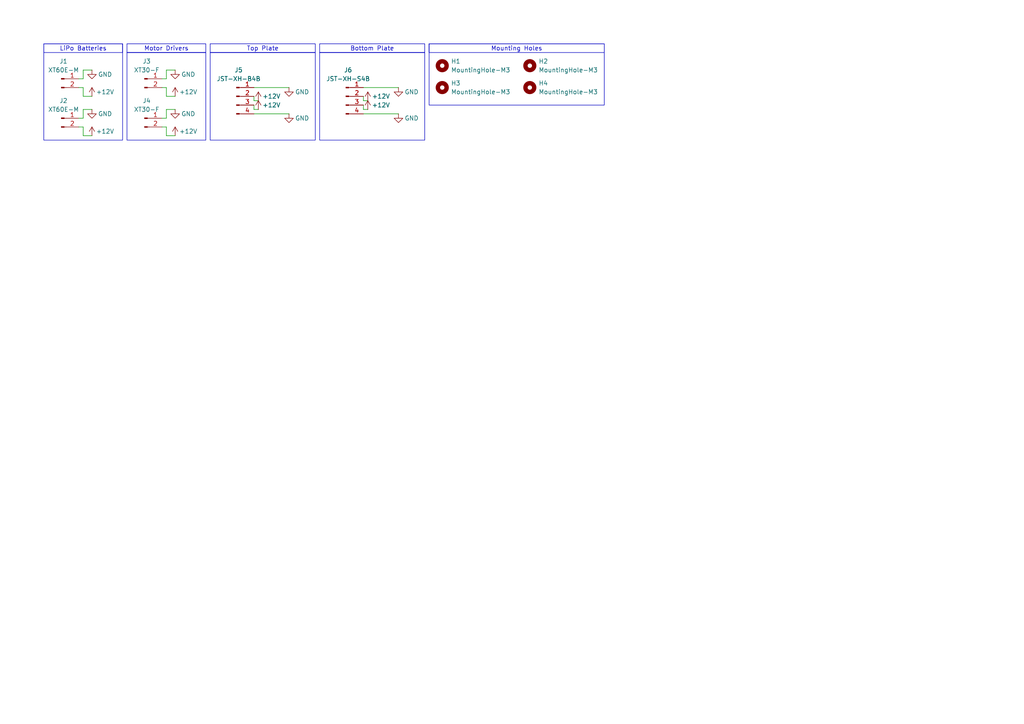
<source format=kicad_sch>
(kicad_sch (version 20231120) (generator "eeschema") (generator_version "8.0")
  (paper "A4")
  (title_block (title "Power Plate") (date "2024-06-09") (rev "v1.1.0") (company "Zhou Yikun & Zachary Ang") (comment 1 "RoboCup Junior Soccer Open 2024"))
  (lib_symbols
    (symbol "Connector:Conn_01x02_Pin" (pin_names (offset 1.016) hide)
      (property "Reference" "J" (at 0 2.54 0))
      (property "Value" "Conn_01x02_Pin" (at 0 -5.08 0))
      (symbol "Conn_01x02_Pin_1_1"
        (polyline (pts (xy 1.27 -2.54) (xy 0.8636 -2.54)) (stroke (width 0.1524)))
        (polyline (pts (xy 1.27 0) (xy 0.8636 0)) (stroke (width 0.1524)))
        (rectangle (start 0.8636 -2.413) (end 0 -2.667) (stroke (width 0.1524)) (fill (type outline)))
        (rectangle (start 0.8636 0.127) (end 0 -0.127) (stroke (width 0.1524)) (fill (type outline)))
        (pin passive line (at 5.08 0 180) (length 3.81) (name "Pin_1") (number "1"))
        (pin passive line (at 5.08 -2.54 180) (length 3.81) (name "Pin_2") (number "2"))
      )
    )
    (symbol "Connector:Conn_01x04_Pin" (pin_names (offset 1.016) hide)
      (property "Reference" "J" (at 0 5.08 0))
      (property "Value" "Conn_01x04_Pin" (at 0 -7.62 0))
      (symbol "Conn_01x04_Pin_1_1"
        (polyline (pts (xy 1.27 -5.08) (xy 0.8636 -5.08)) (stroke (width 0.1524)))
        (polyline (pts (xy 1.27 -2.54) (xy 0.8636 -2.54)) (stroke (width 0.1524)))
        (polyline (pts (xy 1.27 0) (xy 0.8636 0)) (stroke (width 0.1524)))
        (polyline (pts (xy 1.27 2.54) (xy 0.8636 2.54)) (stroke (width 0.1524)))
        (rectangle (start 0.8636 -4.953) (end 0 -5.207) (stroke (width 0.1524)) (fill (type outline)))
        (rectangle (start 0.8636 -2.413) (end 0 -2.667) (stroke (width 0.1524)) (fill (type outline)))
        (rectangle (start 0.8636 0.127) (end 0 -0.127) (stroke (width 0.1524)) (fill (type outline)))
        (rectangle (start 0.8636 2.667) (end 0 2.413) (stroke (width 0.1524)) (fill (type outline)))
        (pin passive line (at 5.08 2.54 180) (length 3.81) (name "Pin_1") (number "1"))
        (pin passive line (at 5.08 0 180) (length 3.81) (name "Pin_2") (number "2"))
        (pin passive line (at 5.08 -2.54 180) (length 3.81) (name "Pin_3") (number "3"))
        (pin passive line (at 5.08 -5.08 180) (length 3.81) (name "Pin_4") (number "4"))
      )
    )
    (symbol "Mechanical:MountingHole" (pin_names (offset 1.016)) (exclude_from_sim yes) (in_bom no)
      (property "Reference" "H" (at 0 5.08 0))
      (property "Value" "MountingHole" (at 0 3.175 0))
      (symbol "MountingHole_0_1"
        (circle (center 0 0) (radius 1.27) (stroke (width 1.27)))
      )
    )
    (symbol "power:+12V" (power) (pin_numbers hide) (pin_names (offset 0) hide)
      (property "Value" "+12V" (at 0 3.556 0))
      (symbol "+12V_0_1"
        (polyline (pts (xy -0.762 1.27) (xy 0 2.54)))
        (polyline (pts (xy 0 0) (xy 0 2.54)))
        (polyline (pts (xy 0 2.54) (xy 0.762 1.27)))
      )
      (symbol "+12V_1_1"
        (pin power_in line (at 0 0 90) (length 0) (name "~") (number "1"))
      )
    )
    (symbol "power:GND" (power) (pin_numbers hide) (pin_names (offset 0) hide)
      (property "Value" "GND" (at 0 -3.81 0))
      (symbol "GND_0_1"
        (polyline (pts (xy 0 0) (xy 0 -1.27) (xy 1.27 -1.27) (xy 0 -2.54) (xy -1.27 -1.27) (xy 0 -1.27)))
      )
      (symbol "GND_1_1"
        (pin power_in line (at 0 0 270) (length 0) (name "~") (number "1"))
      )
    )
  )
  (wire (pts (xy 48.26 25.4) (xy 48.26 27.94)))
  (wire (pts (xy 73.66 33.02) (xy 83.82 33.02)))
  (wire (pts (xy 24.13 22.86) (xy 22.86 22.86)))
  (wire (pts (xy 105.41 25.4) (xy 115.57 25.4)))
  (wire (pts (xy 24.13 22.86) (xy 24.13 20.32)))
  (wire (pts (xy 24.13 36.83) (xy 24.13 39.37)))
  (wire (pts (xy 48.26 27.94) (xy 50.8 27.94)))
  (wire (pts (xy 48.26 36.83) (xy 48.26 39.37)))
  (wire (pts (xy 24.13 25.4) (xy 24.13 27.94)))
  (wire (pts (xy 73.66 29.21) (xy 73.66 27.94)))
  (wire (pts (xy 24.13 34.29) (xy 22.86 34.29)))
  (wire (pts (xy 74.93 29.21) (xy 73.66 29.21)))
  (wire (pts (xy 24.13 36.83) (xy 22.86 36.83)))
  (wire (pts (xy 24.13 20.32) (xy 26.67 20.32)))
  (wire (pts (xy 24.13 31.75) (xy 26.67 31.75)))
  (wire (pts (xy 24.13 27.94) (xy 26.67 27.94)))
  (wire (pts (xy 48.26 31.75) (xy 50.8 31.75)))
  (wire (pts (xy 48.26 39.37) (xy 50.8 39.37)))
  (wire (pts (xy 48.26 22.86) (xy 46.99 22.86)))
  (wire (pts (xy 24.13 39.37) (xy 26.67 39.37)))
  (wire (pts (xy 48.26 36.83) (xy 46.99 36.83)))
  (wire (pts (xy 48.26 22.86) (xy 48.26 20.32)))
  (wire (pts (xy 105.41 30.48) (xy 105.41 31.75)))
  (wire (pts (xy 105.41 27.94) (xy 105.41 29.21)))
  (wire (pts (xy 48.26 34.29) (xy 46.99 34.29)))
  (wire (pts (xy 105.41 33.02) (xy 115.57 33.02)))
  (wire (pts (xy 106.68 29.21) (xy 105.41 29.21)))
  (wire (pts (xy 48.26 25.4) (xy 46.99 25.4)))
  (wire (pts (xy 48.26 34.29) (xy 48.26 31.75)))
  (wire (pts (xy 24.13 34.29) (xy 24.13 31.75)))
  (wire (pts (xy 106.68 31.75) (xy 105.41 31.75)))
  (wire (pts (xy 73.66 31.75) (xy 73.66 30.48)))
  (wire (pts (xy 73.66 25.4) (xy 83.82 25.4)))
  (wire (pts (xy 48.26 20.32) (xy 50.8 20.32)))
  (wire (pts (xy 24.13 25.4) (xy 22.86 25.4)))
  (wire (pts (xy 74.93 31.75) (xy 73.66 31.75)))
  (rectangle (start 124.46 12.7) (end 175.26 30.48))
  (rectangle (start 92.71 15.24) (end 123.19 40.64))
  (rectangle (start 36.83 15.24) (end 59.69 40.64))
  (rectangle (start 60.96 15.24) (end 91.44 40.64))
  (rectangle (start 12.7 12.7) (end 35.56 40.64))
  (text_box "Top Plate" (at 60.96 12.7 0) (size 30.48 2.54) (effects (font (size 1.27 1.27))))
  (text_box "LiPo Batteries" (at 12.7 12.7 0) (size 22.86 2.54) (effects (font (size 1.27 1.27))))
  (text_box "Bottom Plate" (at 92.71 12.7 0) (size 30.48 2.54) (effects (font (size 1.27 1.27))))
  (text_box "Motor Drivers" (at 36.83 12.7 0) (size 22.86 2.54) (effects (font (size 1.27 1.27))))
  (text_box "Mounting Holes" (at 124.46 12.7 0) (size 50.8 2.54) (effects (font (size 1.27 1.27))))
  (symbol (lib_id "Connector:Conn_01x02_Pin") (at 17.78 34.29 0) (unit 1)
    (property "Reference" "J2" (at 18.415 29.21 0))
    (property "Value" "XT60E-M" (at 18.415 31.75 0))
    (property "Footprint" "Connector_AMASS:AMASS_XT60-M_1x02_P7.20mm_Vertical" (effects (hide yes)))
    (property "Description" "Generic connector, single row, 01x02, script generated" (effects (hide yes)))
  )
  (symbol (lib_id "Connector:Conn_01x02_Pin") (at 41.91 22.86 0) (unit 1)
    (property "Reference" "J3" (at 42.545 17.78 0))
    (property "Value" "XT30-F" (at 42.545 20.32 0))
    (property "Footprint" "Connector_AMASS:AMASS_XT30U-F_1x02_P5.0mm_Vertical" (effects (hide yes)))
    (property "Description" "Generic connector, single row, 01x02, script generated" (effects (hide yes)))
  )
  (symbol (lib_id "power:+12V") (at 26.67 39.37 0) (unit 1)
    (property "Reference" "#PWR04" (effects (hide yes)))
    (property "Value" "+12V" (at 30.48 38.1 0))
    (property "Description" "Power symbol creates a global label with name \"+12V\"" (effects (hide yes)))
  )
  (symbol (lib_id "power:+12V") (at 106.68 29.21 0) (unit 1)
    (property "Reference" "#PWR09" (effects (hide yes)))
    (property "Value" "+12V" (at 110.49 27.94 0))
  )
  (symbol (lib_id "Mechanical:MountingHole") (at 153.67 19.05 0) (unit 1) (exclude_from_sim yes) (in_bom no)
    (property "Reference" "H2" (at 156.21 17.7799 0) (effects (justify left)))
    (property "Value" "MountingHole-M3" (at 156.21 20.3199 0) (effects (justify left)))
    (property "Footprint" "MountingHole:MountingHole_3.2mm_M3_Pad_Via" (effects (hide yes)))
    (property "Description" "Mounting Hole without connection" (effects (hide yes)))
  )
  (symbol (lib_id "power:GND") (at 115.57 33.02 0) (unit 1)
    (property "Reference" "#PWR016" (effects (hide yes)))
    (property "Value" "GND" (at 119.38 34.29 0))
  )
  (symbol (lib_id "power:GND") (at 26.67 31.75 0) (unit 1)
    (property "Reference" "#PWR03" (effects (hide yes)))
    (property "Value" "GND" (at 30.48 33.02 0))
    (property "Description" "Power symbol creates a global label with name \"GND\" , ground" (effects (hide yes)))
  )
  (symbol (lib_id "Connector:Conn_01x04_Pin") (at 100.33 27.94 0) (unit 1)
    (property "Reference" "J6" (at 100.965 20.32 0))
    (property "Value" "JST-XH-S4B" (at 100.965 22.86 0))
    (property "Footprint" "Connector_JST:JST_XH_S4B-XH-A_1x04_P2.50mm_Horizontal" (effects (hide yes)))
    (property "Description" "Generic connector, single row, 01x04, script generated" (effects (hide yes)))
  )
  (symbol (lib_id "power:+12V") (at 50.8 39.37 0) (unit 1)
    (property "Reference" "#PWR08" (effects (hide yes)))
    (property "Value" "+12V" (at 54.61 38.1 0))
    (property "Description" "Power symbol creates a global label with name \"+12V\"" (effects (hide yes)))
  )
  (symbol (lib_id "Mechanical:MountingHole") (at 153.67 25.4 0) (unit 1) (exclude_from_sim yes) (in_bom no)
    (property "Reference" "H4" (at 156.21 24.1299 0) (effects (justify left)))
    (property "Value" "MountingHole-M3" (at 156.21 26.6699 0) (effects (justify left)))
    (property "Footprint" "MountingHole:MountingHole_3.2mm_M3_Pad_Via" (effects (hide yes)))
    (property "Description" "Mounting Hole without connection" (effects (hide yes)))
  )
  (symbol (lib_id "power:+12V") (at 106.68 31.75 0) (unit 1)
    (property "Reference" "#PWR010" (effects (hide yes)))
    (property "Value" "+12V" (at 110.49 30.48 0))
  )
  (symbol (lib_id "power:+12V") (at 74.93 29.21 0) (unit 1)
    (property "Reference" "#PWR013" (effects (hide yes)))
    (property "Value" "+12V" (at 78.74 27.94 0))
  )
  (symbol (lib_id "Connector:Conn_01x02_Pin") (at 17.78 22.86 0) (unit 1)
    (property "Reference" "J1" (at 18.415 17.78 0))
    (property "Value" "XT60E-M" (at 18.415 20.32 0))
    (property "Footprint" "Connector_AMASS:AMASS_XT60-M_1x02_P7.20mm_Vertical" (effects (hide yes)))
    (property "Description" "Generic connector, single row, 01x02, script generated" (effects (hide yes)))
  )
  (symbol (lib_id "power:GND") (at 50.8 20.32 0) (unit 1)
    (property "Reference" "#PWR05" (effects (hide yes)))
    (property "Value" "GND" (at 54.61 21.59 0))
    (property "Description" "Power symbol creates a global label with name \"GND\" , ground" (effects (hide yes)))
  )
  (symbol (lib_id "Mechanical:MountingHole") (at 128.27 25.4 0) (unit 1) (exclude_from_sim yes) (in_bom no)
    (property "Reference" "H3" (at 130.81 24.1299 0) (effects (justify left)))
    (property "Value" "MountingHole-M3" (at 130.81 26.6699 0) (effects (justify left)))
    (property "Footprint" "MountingHole:MountingHole_3.2mm_M3_Pad_Via" (effects (hide yes)))
    (property "Description" "Mounting Hole without connection" (effects (hide yes)))
  )
  (symbol (lib_id "power:+12V") (at 50.8 27.94 0) (unit 1)
    (property "Reference" "#PWR06" (effects (hide yes)))
    (property "Value" "+12V" (at 54.61 26.67 0))
    (property "Description" "Power symbol creates a global label with name \"+12V\"" (effects (hide yes)))
  )
  (symbol (lib_id "power:GND") (at 115.57 25.4 0) (unit 1)
    (property "Reference" "#PWR012" (effects (hide yes)))
    (property "Value" "GND" (at 119.38 26.67 0))
  )
  (symbol (lib_id "Connector:Conn_01x04_Pin") (at 68.58 27.94 0) (unit 1)
    (property "Reference" "J5" (at 69.215 20.32 0))
    (property "Value" "JST-XH-B4B" (at 69.215 22.86 0))
    (property "Footprint" "Connector_JST:JST_XH_B4B-XH-A_1x04_P2.50mm_Vertical" (effects (hide yes)))
    (property "Description" "Generic connector, single row, 01x04, script generated" (effects (hide yes)))
  )
  (symbol (lib_id "power:GND") (at 83.82 25.4 0) (unit 1)
    (property "Reference" "#PWR015" (effects (hide yes)))
    (property "Value" "GND" (at 87.63 26.67 0))
  )
  (symbol (lib_id "Connector:Conn_01x02_Pin") (at 41.91 34.29 0) (unit 1)
    (property "Reference" "J4" (at 42.545 29.21 0))
    (property "Value" "XT30-F" (at 42.545 31.75 0))
    (property "Footprint" "Connector_AMASS:AMASS_XT30U-F_1x02_P5.0mm_Vertical" (effects (hide yes)))
    (property "Description" "Generic connector, single row, 01x02, script generated" (effects (hide yes)))
  )
  (symbol (lib_id "power:GND") (at 50.8 31.75 0) (unit 1)
    (property "Reference" "#PWR07" (effects (hide yes)))
    (property "Value" "GND" (at 54.61 33.02 0))
    (property "Description" "Power symbol creates a global label with name \"GND\" , ground" (effects (hide yes)))
  )
  (symbol (lib_id "power:+12V") (at 74.93 31.75 0) (unit 1)
    (property "Reference" "#PWR011" (effects (hide yes)))
    (property "Value" "+12V" (at 78.74 30.48 0))
  )
  (symbol (lib_id "power:GND") (at 83.82 33.02 0) (unit 1)
    (property "Reference" "#PWR014" (effects (hide yes)))
    (property "Value" "GND" (at 87.63 34.29 0))
  )
  (symbol (lib_id "power:GND") (at 26.67 20.32 0) (unit 1)
    (property "Reference" "#PWR02" (effects (hide yes)))
    (property "Value" "GND" (at 30.48 21.59 0))
    (property "Description" "Power symbol creates a global label with name \"GND\" , ground" (effects (hide yes)))
  )
  (symbol (lib_id "Mechanical:MountingHole") (at 128.27 19.05 0) (unit 1) (exclude_from_sim yes) (in_bom no)
    (property "Reference" "H1" (at 130.81 17.7799 0) (effects (justify left)))
    (property "Value" "MountingHole-M3" (at 130.81 20.3199 0) (effects (justify left)))
    (property "Footprint" "MountingHole:MountingHole_3.2mm_M3_Pad_Via" (effects (hide yes)))
    (property "Description" "Mounting Hole without connection" (effects (hide yes)))
  )
  (symbol (lib_id "power:+12V") (at 26.67 27.94 0) (unit 1)
    (property "Reference" "#PWR01" (effects (hide yes)))
    (property "Value" "+12V" (at 30.48 26.67 0))
    (property "Description" "Power symbol creates a global label with name \"+12V\"" (effects (hide yes)))
  )
)
</source>
